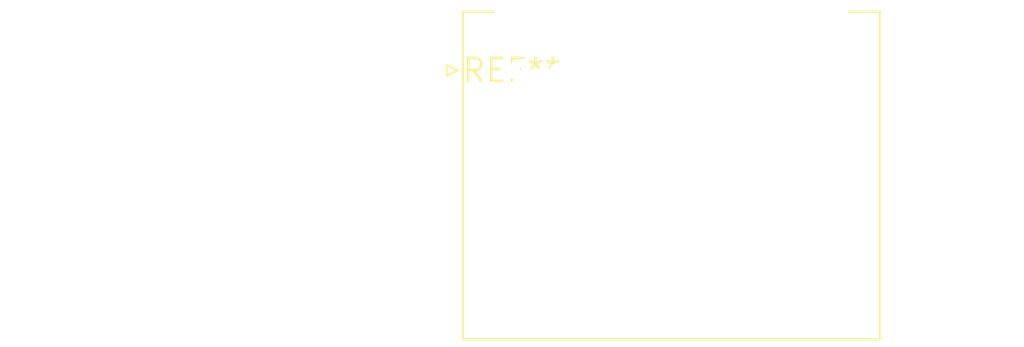
<source format=kicad_pcb>
(kicad_pcb (version 20240108) (generator pcbnew)
  (layers (0 "F.Cu" signal) (31 "B.Cu" signal) (34 "B.Paste" user) (35 "F.Paste" user) (36 "B.SilkS" user "B.Silkscreen") (37 "F.SilkS" user "F.Silkscreen") (38 "B.Mask" user) (39 "F.Mask" user) (44 "Edge.Cuts" user))
  (net 0 "")
  (footprint "JST_J2100_S16B-J21DK-GGXR_2x08_P2.50mm_Horizontal" (layer "F.Cu") (at 0 0)
    (property "Reference" "REF**")
    (property "Value" "JST_J2100_S16B-J21DK-GGXR_2x08_P2.50mm_Horizontal")
    (fp_line (start -3.6 -0.3) (end -3 0) (layer "F.SilkS") (stroke (width 0.12)))
    (fp_line (start -3.6 0.3) (end -3.6 -0.3) (layer "F.SilkS") (stroke (width 0.12)))
    (fp_line (start -3 0) (end -3.6 0.3) (layer "F.SilkS") (stroke (width 0.12)))
    (fp_line (start -2.71 -3.23) (end -2.71 14.79) (layer "F.SilkS") (stroke (width 0.12)))
    (fp_line (start -2.71 14.79) (end 8.75 14.79) (layer "F.SilkS") (stroke (width 0.12)))
    (fp_line (start -1 -3.23) (end -2.71 -3.23) (layer "F.SilkS") (stroke (width 0.12)))
    (fp_line (start 18.5 -3.23) (end 20.21 -3.23) (layer "F.SilkS") (stroke (width 0.12)))
    (fp_line (start 20.21 -3.23) (end 20.21 14.79) (layer "F.SilkS") (stroke (width 0.12)))
    (fp_line (start 20.21 14.79) (end 8.75 14.79) (layer "F.SilkS") (stroke (width 0.12)))
    (pad "" thru_hole circle (at 0 7) (size 3.4 3.4) (drill 2) (layers *.Cu *.Mask) (remove_unused_layers))
    (pad "" thru_hole circle (at 17.5 7) (size 3.4 3.4) (drill 2) (layers *.Cu *.Mask) (remove_unused_layers))
    (pad "1" thru_hole roundrect (at 0 0) (size 1.7 1.7) (drill 0.86) (layers *.Cu *.Mask) (remove_unused_layers) (roundrect_rratio 0.147059))
    (pad "2" thru_hole circle (at 2.5 0) (size 1.7 1.7) (drill 0.86) (layers *.Cu *.Mask) (remove_unused_layers))
    (pad "3" thru_hole circle (at 5 0) (size 1.7 1.7) (drill 0.86) (layers *.Cu *.Mask) (remove_unused_layers))
    (pad "4" thru_hole circle (at 7.5 0) (size 1.7 1.7) (drill 0.86) (layers *.Cu *.Mask) (remove_unused_layers))
    (pad "5" thru_hole circle (at 10 0) (size 1.7 1.7) (drill 0.86) (layers *.Cu *.Mask) (remove_unused_layers))
    (pad "6" thru_hole circle (at 12.5 0) (size 1.7 1.7) (drill 0.86) (layers *.Cu *.Mask) (remove_unused_layers))
    (pad "7" thru_hole circle (at 15 0) (size 1.7 1.7) (drill 0.86) (layers *.Cu *.Mask) (remove_unused_layers))
    (pad "8" thru_hole circle (at 17.5 0) (size 1.7 1.7) (drill 0.86) (layers *.Cu *.Mask) (remove_unused_layers))
    (pad "9" thru_hole circle (at 0 -2.5) (size 1.7 1.7) (drill 0.86) (layers *.Cu *.Mask) (remove_unused_layers))
    (pad "10" thru_hole circle (at 2.5 -2.5) (size 1.7 1.7) (drill 0.86) (layers *.Cu *.Mask) (remove_unused_layers))
    (pad "11" thru_hole circle (at 5 -2.5) (size 1.7 1.7) (drill 0.86) (layers *.Cu *.Mask) (remove_unused_layers))
    (pad "12" thru_hole circle (at 7.5 -2.5) (size 1.7 1.7) (drill 0.86) (layers *.Cu *.Mask) (remove_unused_layers))
    (pad "13" thru_hole circle (at 10 -2.5) (size 1.7 1.7) (drill 0.86) (layers *.Cu *.Mask) (remove_unused_layers))
    (pad "14" thru_hole circle (at 12.5 -2.5) (size 1.7 1.7) (drill 0.86) (layers *.Cu *.Mask) (remove_unused_layers))
    (pad "15" thru_hole circle (at 15 -2.5) (size 1.7 1.7) (drill 0.86) (layers *.Cu *.Mask) (remove_unused_layers))
    (pad "16" thru_hole circle (at 17.5 -2.5) (size 1.7 1.7) (drill 0.86) (layers *.Cu *.Mask) (remove_unused_layers))
  )
)
</source>
